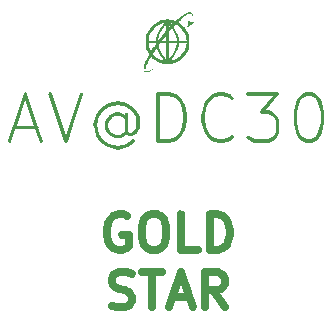
<source format=gto>
G04 #@! TF.GenerationSoftware,KiCad,Pcbnew,(6.99.0-1934-gfe17dca71f)*
G04 #@! TF.CreationDate,2022-05-23T00:26:23-05:00*
G04 #@! TF.ProjectId,gold_star_v2_SAO,676f6c64-5f73-4746-9172-5f76325f5341,rev?*
G04 #@! TF.SameCoordinates,Original*
G04 #@! TF.FileFunction,Legend,Top*
G04 #@! TF.FilePolarity,Positive*
%FSLAX46Y46*%
G04 Gerber Fmt 4.6, Leading zero omitted, Abs format (unit mm)*
G04 Created by KiCad (PCBNEW (6.99.0-1934-gfe17dca71f)) date 2022-05-23 00:26:23*
%MOMM*%
%LPD*%
G01*
G04 APERTURE LIST*
%ADD10C,0.300000*%
%ADD11C,0.700000*%
%ADD12C,0.150000*%
%ADD13R,1.700000X1.700000*%
%ADD14O,1.700000X1.700000*%
G04 APERTURE END LIST*
D10*
X113952381Y-73326666D02*
X115857143Y-73326666D01*
X113571429Y-74469523D02*
X114904762Y-70469523D01*
X114904762Y-70469523D02*
X116238096Y-74469523D01*
X117000000Y-70469523D02*
X118333333Y-74469523D01*
X118333333Y-74469523D02*
X119666667Y-70469523D01*
X123476190Y-72564761D02*
X123285714Y-72374285D01*
X123285714Y-72374285D02*
X122904761Y-72183809D01*
X122904761Y-72183809D02*
X122523809Y-72183809D01*
X122523809Y-72183809D02*
X122142857Y-72374285D01*
X122142857Y-72374285D02*
X121952380Y-72564761D01*
X121952380Y-72564761D02*
X121761904Y-72945714D01*
X121761904Y-72945714D02*
X121761904Y-73326666D01*
X121761904Y-73326666D02*
X121952380Y-73707619D01*
X121952380Y-73707619D02*
X122142857Y-73898095D01*
X122142857Y-73898095D02*
X122523809Y-74088571D01*
X122523809Y-74088571D02*
X122904761Y-74088571D01*
X122904761Y-74088571D02*
X123285714Y-73898095D01*
X123285714Y-73898095D02*
X123476190Y-73707619D01*
X123476190Y-72183809D02*
X123476190Y-73707619D01*
X123476190Y-73707619D02*
X123666666Y-73898095D01*
X123666666Y-73898095D02*
X123857142Y-73898095D01*
X123857142Y-73898095D02*
X124238095Y-73707619D01*
X124238095Y-73707619D02*
X124428571Y-73326666D01*
X124428571Y-73326666D02*
X124428571Y-72374285D01*
X124428571Y-72374285D02*
X124047619Y-71802857D01*
X124047619Y-71802857D02*
X123476190Y-71421904D01*
X123476190Y-71421904D02*
X122714285Y-71231428D01*
X122714285Y-71231428D02*
X121952380Y-71421904D01*
X121952380Y-71421904D02*
X121380952Y-71802857D01*
X121380952Y-71802857D02*
X120999999Y-72374285D01*
X120999999Y-72374285D02*
X120809523Y-73136190D01*
X120809523Y-73136190D02*
X120999999Y-73898095D01*
X120999999Y-73898095D02*
X121380952Y-74469523D01*
X121380952Y-74469523D02*
X121952380Y-74850476D01*
X121952380Y-74850476D02*
X122714285Y-75040952D01*
X122714285Y-75040952D02*
X123476190Y-74850476D01*
X123476190Y-74850476D02*
X124047619Y-74469523D01*
X126142856Y-74469523D02*
X126142856Y-70469523D01*
X126142856Y-70469523D02*
X127095237Y-70469523D01*
X127095237Y-70469523D02*
X127666666Y-70660000D01*
X127666666Y-70660000D02*
X128047618Y-71040952D01*
X128047618Y-71040952D02*
X128238095Y-71421904D01*
X128238095Y-71421904D02*
X128428571Y-72183809D01*
X128428571Y-72183809D02*
X128428571Y-72755238D01*
X128428571Y-72755238D02*
X128238095Y-73517142D01*
X128238095Y-73517142D02*
X128047618Y-73898095D01*
X128047618Y-73898095D02*
X127666666Y-74279047D01*
X127666666Y-74279047D02*
X127095237Y-74469523D01*
X127095237Y-74469523D02*
X126142856Y-74469523D01*
X132428571Y-74088571D02*
X132238095Y-74279047D01*
X132238095Y-74279047D02*
X131666666Y-74469523D01*
X131666666Y-74469523D02*
X131285714Y-74469523D01*
X131285714Y-74469523D02*
X130714285Y-74279047D01*
X130714285Y-74279047D02*
X130333333Y-73898095D01*
X130333333Y-73898095D02*
X130142856Y-73517142D01*
X130142856Y-73517142D02*
X129952380Y-72755238D01*
X129952380Y-72755238D02*
X129952380Y-72183809D01*
X129952380Y-72183809D02*
X130142856Y-71421904D01*
X130142856Y-71421904D02*
X130333333Y-71040952D01*
X130333333Y-71040952D02*
X130714285Y-70660000D01*
X130714285Y-70660000D02*
X131285714Y-70469523D01*
X131285714Y-70469523D02*
X131666666Y-70469523D01*
X131666666Y-70469523D02*
X132238095Y-70660000D01*
X132238095Y-70660000D02*
X132428571Y-70850476D01*
X133761904Y-70469523D02*
X136238095Y-70469523D01*
X136238095Y-70469523D02*
X134904761Y-71993333D01*
X134904761Y-71993333D02*
X135476190Y-71993333D01*
X135476190Y-71993333D02*
X135857142Y-72183809D01*
X135857142Y-72183809D02*
X136047618Y-72374285D01*
X136047618Y-72374285D02*
X136238095Y-72755238D01*
X136238095Y-72755238D02*
X136238095Y-73707619D01*
X136238095Y-73707619D02*
X136047618Y-74088571D01*
X136047618Y-74088571D02*
X135857142Y-74279047D01*
X135857142Y-74279047D02*
X135476190Y-74469523D01*
X135476190Y-74469523D02*
X134333333Y-74469523D01*
X134333333Y-74469523D02*
X133952380Y-74279047D01*
X133952380Y-74279047D02*
X133761904Y-74088571D01*
X138714285Y-70469523D02*
X139095238Y-70469523D01*
X139095238Y-70469523D02*
X139476190Y-70660000D01*
X139476190Y-70660000D02*
X139666666Y-70850476D01*
X139666666Y-70850476D02*
X139857142Y-71231428D01*
X139857142Y-71231428D02*
X140047619Y-71993333D01*
X140047619Y-71993333D02*
X140047619Y-72945714D01*
X140047619Y-72945714D02*
X139857142Y-73707619D01*
X139857142Y-73707619D02*
X139666666Y-74088571D01*
X139666666Y-74088571D02*
X139476190Y-74279047D01*
X139476190Y-74279047D02*
X139095238Y-74469523D01*
X139095238Y-74469523D02*
X138714285Y-74469523D01*
X138714285Y-74469523D02*
X138333333Y-74279047D01*
X138333333Y-74279047D02*
X138142857Y-74088571D01*
X138142857Y-74088571D02*
X137952380Y-73707619D01*
X137952380Y-73707619D02*
X137761904Y-72945714D01*
X137761904Y-72945714D02*
X137761904Y-71993333D01*
X137761904Y-71993333D02*
X137952380Y-71231428D01*
X137952380Y-71231428D02*
X138142857Y-70850476D01*
X138142857Y-70850476D02*
X138333333Y-70660000D01*
X138333333Y-70660000D02*
X138714285Y-70469523D01*
D11*
X123500000Y-80815000D02*
X123214286Y-80672142D01*
X123214286Y-80672142D02*
X122785714Y-80672142D01*
X122785714Y-80672142D02*
X122357143Y-80815000D01*
X122357143Y-80815000D02*
X122071428Y-81100714D01*
X122071428Y-81100714D02*
X121928571Y-81386428D01*
X121928571Y-81386428D02*
X121785714Y-81957857D01*
X121785714Y-81957857D02*
X121785714Y-82386428D01*
X121785714Y-82386428D02*
X121928571Y-82957857D01*
X121928571Y-82957857D02*
X122071428Y-83243571D01*
X122071428Y-83243571D02*
X122357143Y-83529285D01*
X122357143Y-83529285D02*
X122785714Y-83672142D01*
X122785714Y-83672142D02*
X123071428Y-83672142D01*
X123071428Y-83672142D02*
X123500000Y-83529285D01*
X123500000Y-83529285D02*
X123642857Y-83386428D01*
X123642857Y-83386428D02*
X123642857Y-82386428D01*
X123642857Y-82386428D02*
X123071428Y-82386428D01*
X125500000Y-80672142D02*
X126071428Y-80672142D01*
X126071428Y-80672142D02*
X126357143Y-80815000D01*
X126357143Y-80815000D02*
X126642857Y-81100714D01*
X126642857Y-81100714D02*
X126785714Y-81672142D01*
X126785714Y-81672142D02*
X126785714Y-82672142D01*
X126785714Y-82672142D02*
X126642857Y-83243571D01*
X126642857Y-83243571D02*
X126357143Y-83529285D01*
X126357143Y-83529285D02*
X126071428Y-83672142D01*
X126071428Y-83672142D02*
X125500000Y-83672142D01*
X125500000Y-83672142D02*
X125214286Y-83529285D01*
X125214286Y-83529285D02*
X124928571Y-83243571D01*
X124928571Y-83243571D02*
X124785714Y-82672142D01*
X124785714Y-82672142D02*
X124785714Y-81672142D01*
X124785714Y-81672142D02*
X124928571Y-81100714D01*
X124928571Y-81100714D02*
X125214286Y-80815000D01*
X125214286Y-80815000D02*
X125500000Y-80672142D01*
X129500000Y-83672142D02*
X128071428Y-83672142D01*
X128071428Y-83672142D02*
X128071428Y-80672142D01*
X130499999Y-83672142D02*
X130499999Y-80672142D01*
X130499999Y-80672142D02*
X131214285Y-80672142D01*
X131214285Y-80672142D02*
X131642856Y-80815000D01*
X131642856Y-80815000D02*
X131928571Y-81100714D01*
X131928571Y-81100714D02*
X132071428Y-81386428D01*
X132071428Y-81386428D02*
X132214285Y-81957857D01*
X132214285Y-81957857D02*
X132214285Y-82386428D01*
X132214285Y-82386428D02*
X132071428Y-82957857D01*
X132071428Y-82957857D02*
X131928571Y-83243571D01*
X131928571Y-83243571D02*
X131642856Y-83529285D01*
X131642856Y-83529285D02*
X131214285Y-83672142D01*
X131214285Y-83672142D02*
X130499999Y-83672142D01*
X122214285Y-88389285D02*
X122642857Y-88532142D01*
X122642857Y-88532142D02*
X123357142Y-88532142D01*
X123357142Y-88532142D02*
X123642857Y-88389285D01*
X123642857Y-88389285D02*
X123785714Y-88246428D01*
X123785714Y-88246428D02*
X123928571Y-87960714D01*
X123928571Y-87960714D02*
X123928571Y-87675000D01*
X123928571Y-87675000D02*
X123785714Y-87389285D01*
X123785714Y-87389285D02*
X123642857Y-87246428D01*
X123642857Y-87246428D02*
X123357142Y-87103571D01*
X123357142Y-87103571D02*
X122785714Y-86960714D01*
X122785714Y-86960714D02*
X122499999Y-86817857D01*
X122499999Y-86817857D02*
X122357142Y-86675000D01*
X122357142Y-86675000D02*
X122214285Y-86389285D01*
X122214285Y-86389285D02*
X122214285Y-86103571D01*
X122214285Y-86103571D02*
X122357142Y-85817857D01*
X122357142Y-85817857D02*
X122499999Y-85675000D01*
X122499999Y-85675000D02*
X122785714Y-85532142D01*
X122785714Y-85532142D02*
X123499999Y-85532142D01*
X123499999Y-85532142D02*
X123928571Y-85675000D01*
X124785714Y-85532142D02*
X126500000Y-85532142D01*
X125642857Y-88532142D02*
X125642857Y-85532142D01*
X127357142Y-87675000D02*
X128785714Y-87675000D01*
X127071428Y-88532142D02*
X128071428Y-85532142D01*
X128071428Y-85532142D02*
X129071428Y-88532142D01*
X131785714Y-88532142D02*
X130785714Y-87103571D01*
X130071428Y-88532142D02*
X130071428Y-85532142D01*
X130071428Y-85532142D02*
X131214285Y-85532142D01*
X131214285Y-85532142D02*
X131500000Y-85675000D01*
X131500000Y-85675000D02*
X131642857Y-85817857D01*
X131642857Y-85817857D02*
X131785714Y-86103571D01*
X131785714Y-86103571D02*
X131785714Y-86532142D01*
X131785714Y-86532142D02*
X131642857Y-86817857D01*
X131642857Y-86817857D02*
X131500000Y-86960714D01*
X131500000Y-86960714D02*
X131214285Y-87103571D01*
X131214285Y-87103571D02*
X130071428Y-87103571D01*
G36*
X125682624Y-67509356D02*
G01*
X125615583Y-67447722D01*
X125564490Y-67405229D01*
X125523546Y-67385999D01*
X125486949Y-67394153D01*
X125448901Y-67433812D01*
X125403600Y-67509098D01*
X125345245Y-67624131D01*
X125268037Y-67783033D01*
X125252489Y-67814973D01*
X125144911Y-68048983D01*
X125071427Y-68239796D01*
X125032034Y-68387422D01*
X125026729Y-68491868D01*
X125031888Y-68515109D01*
X125071482Y-68559415D01*
X125147763Y-68568686D01*
X125256362Y-68544541D01*
X125392907Y-68488597D01*
X125553028Y-68402472D01*
X125732355Y-68287784D01*
X125827186Y-68220721D01*
X125957560Y-68126309D01*
X126045798Y-68064310D01*
X126093771Y-68034085D01*
X126103353Y-68034997D01*
X126076418Y-68066408D01*
X126014837Y-68127681D01*
X125968039Y-68172767D01*
X125743916Y-68375202D01*
X125544315Y-68529394D01*
X125368327Y-68635914D01*
X125215042Y-68695329D01*
X125110853Y-68709339D01*
X125001260Y-68694367D01*
X124937613Y-68655836D01*
X124882685Y-68566570D01*
X124862432Y-68442035D01*
X124877011Y-68280487D01*
X124926576Y-68080179D01*
X125010062Y-67842492D01*
X125070333Y-67697980D01*
X125142594Y-67539125D01*
X125213100Y-67395905D01*
X125226336Y-67370736D01*
X125345960Y-67146650D01*
X125303099Y-67061490D01*
X125676542Y-67061490D01*
X125753494Y-67150636D01*
X125873071Y-67269196D01*
X126020586Y-67386348D01*
X126171780Y-67483227D01*
X126201951Y-67499345D01*
X126280339Y-67535427D01*
X126375403Y-67573474D01*
X126472902Y-67608566D01*
X126558600Y-67635782D01*
X126618258Y-67650200D01*
X126637223Y-67649782D01*
X126625962Y-67625753D01*
X126588291Y-67569311D01*
X126531648Y-67491436D01*
X126515097Y-67469514D01*
X126405401Y-67316544D01*
X126298076Y-67151286D01*
X126201401Y-66987698D01*
X126123655Y-66839739D01*
X126075627Y-66728487D01*
X126044885Y-66651524D01*
X126018975Y-66601388D01*
X126008012Y-66590379D01*
X125986253Y-66611855D01*
X125941724Y-66669829D01*
X125881602Y-66754626D01*
X125833301Y-66825935D01*
X125676542Y-67061490D01*
X125303099Y-67061490D01*
X125237138Y-66930432D01*
X125143910Y-66723584D01*
X125082369Y-66529055D01*
X125047799Y-66326365D01*
X125039146Y-66163835D01*
X125335103Y-66163835D01*
X125343806Y-66260152D01*
X125381658Y-66466606D01*
X125456957Y-66688424D01*
X125465324Y-66708323D01*
X125521604Y-66840026D01*
X125724183Y-66536866D01*
X125799641Y-66420849D01*
X125823520Y-66381891D01*
X126174432Y-66381891D01*
X126186657Y-66444617D01*
X126219507Y-66541935D01*
X126267242Y-66660124D01*
X126324124Y-66785461D01*
X126384414Y-66904227D01*
X126417012Y-66961885D01*
X126470800Y-67048116D01*
X126537748Y-67149040D01*
X126610726Y-67254708D01*
X126682601Y-67355170D01*
X126746244Y-67440476D01*
X126794523Y-67500676D01*
X126820308Y-67525820D01*
X126821324Y-67526024D01*
X126825031Y-67499733D01*
X126828352Y-67425774D01*
X126831141Y-67311514D01*
X126833254Y-67164321D01*
X126834544Y-66991565D01*
X126834887Y-66838050D01*
X127027519Y-66838050D01*
X127028308Y-67026054D01*
X127030526Y-67194415D01*
X127033953Y-67335776D01*
X127038368Y-67442777D01*
X127043550Y-67508061D01*
X127048159Y-67525309D01*
X127071955Y-67504071D01*
X127119653Y-67447371D01*
X127183495Y-67364764D01*
X127232045Y-67298841D01*
X127429021Y-67000569D01*
X127577115Y-66716902D01*
X127678778Y-66442587D01*
X127726083Y-66239513D01*
X127741636Y-66150076D01*
X127027519Y-66150076D01*
X127027519Y-66838050D01*
X126834887Y-66838050D01*
X126834887Y-66150076D01*
X126314827Y-66150076D01*
X126244630Y-66242110D01*
X126200215Y-66311183D01*
X126175959Y-66369992D01*
X126174432Y-66381891D01*
X125823520Y-66381891D01*
X125862343Y-66318553D01*
X125906480Y-66239897D01*
X125926241Y-66194805D01*
X125926761Y-66190959D01*
X125919546Y-66171997D01*
X125891824Y-66160199D01*
X125834480Y-66154489D01*
X125738397Y-66153790D01*
X125630932Y-66156025D01*
X125335103Y-66163835D01*
X125039146Y-66163835D01*
X125035483Y-66095033D01*
X125035263Y-66053760D01*
X125042975Y-65936804D01*
X125345947Y-65936804D01*
X125372818Y-65945325D01*
X125443138Y-65952134D01*
X125545325Y-65956405D01*
X125634868Y-65957443D01*
X125767520Y-65956048D01*
X125854826Y-65950938D01*
X125906429Y-65940727D01*
X125931972Y-65924027D01*
X125932516Y-65923045D01*
X126494467Y-65923045D01*
X126496517Y-65942215D01*
X126536233Y-65953078D01*
X126621140Y-65957253D01*
X126654389Y-65957443D01*
X126834887Y-65957443D01*
X127027519Y-65957443D01*
X127741636Y-65957443D01*
X127726083Y-65868007D01*
X127645648Y-65558969D01*
X127512173Y-65248255D01*
X127391458Y-65037329D01*
X127321803Y-64926989D01*
X127174711Y-65091349D01*
X127027619Y-65255710D01*
X127027569Y-65606576D01*
X127027519Y-65957443D01*
X126834887Y-65957443D01*
X126834887Y-65737292D01*
X126833659Y-65635047D01*
X126830398Y-65558057D01*
X126825733Y-65519346D01*
X126824227Y-65517140D01*
X126803808Y-65536934D01*
X126758907Y-65588655D01*
X126698860Y-65660808D01*
X126633007Y-65741899D01*
X126570685Y-65820433D01*
X126521233Y-65884917D01*
X126494467Y-65923045D01*
X125932516Y-65923045D01*
X125937576Y-65913914D01*
X125947542Y-65867870D01*
X126146913Y-65867870D01*
X126153801Y-65886843D01*
X126177224Y-65875935D01*
X126221320Y-65831126D01*
X126290228Y-65748392D01*
X126357310Y-65663363D01*
X126454305Y-65540292D01*
X126554555Y-65415484D01*
X126645000Y-65305075D01*
X126702355Y-65236992D01*
X126837003Y-65080680D01*
X126830457Y-64869193D01*
X127027519Y-64869193D01*
X127099738Y-64796975D01*
X127126030Y-64768674D01*
X127462313Y-64768674D01*
X127601945Y-64998432D01*
X127763491Y-65304702D01*
X127872723Y-65606941D01*
X127911772Y-65776246D01*
X127945159Y-65957443D01*
X128547311Y-65957443D01*
X128527995Y-65828631D01*
X128458926Y-65545821D01*
X128341626Y-65278453D01*
X128181464Y-65034620D01*
X127983809Y-64822419D01*
X127754032Y-64649946D01*
X127740869Y-64641953D01*
X127642409Y-64582861D01*
X127552361Y-64675767D01*
X127462313Y-64768674D01*
X127126030Y-64768674D01*
X127145688Y-64747514D01*
X127155843Y-64713637D01*
X127133541Y-64672223D01*
X127120378Y-64653990D01*
X127074353Y-64599176D01*
X127045984Y-64590482D01*
X127031597Y-64630729D01*
X127027521Y-64722739D01*
X127027519Y-64725344D01*
X127027519Y-64869193D01*
X126830457Y-64869193D01*
X126821127Y-64567736D01*
X126654259Y-64790237D01*
X126533815Y-64963794D01*
X126421666Y-65149698D01*
X126322560Y-65337869D01*
X126241242Y-65518226D01*
X126182458Y-65680689D01*
X126150954Y-65815179D01*
X126146913Y-65867870D01*
X125947542Y-65867870D01*
X125950712Y-65853227D01*
X125954866Y-65796958D01*
X125972209Y-65676643D01*
X126019548Y-65523255D01*
X126092253Y-65346506D01*
X126185698Y-65156107D01*
X126295252Y-64961768D01*
X126416287Y-64773200D01*
X126495278Y-64663163D01*
X126560613Y-64575217D01*
X126611023Y-64505272D01*
X126627681Y-64480604D01*
X127243786Y-64480604D01*
X127256777Y-64503293D01*
X127298487Y-64541953D01*
X127336372Y-64532558D01*
X127350298Y-64507526D01*
X127334757Y-64481276D01*
X127292542Y-64465371D01*
X127246133Y-64460781D01*
X127243786Y-64480604D01*
X126627681Y-64480604D01*
X126638992Y-64463855D01*
X126642254Y-64457329D01*
X126619060Y-64455695D01*
X126558119Y-64470991D01*
X126472389Y-64498743D01*
X126374830Y-64534480D01*
X126278399Y-64573730D01*
X126200451Y-64609788D01*
X125968472Y-64756633D01*
X125762628Y-64946397D01*
X125590013Y-65170360D01*
X125457721Y-65419803D01*
X125393962Y-65601135D01*
X125362910Y-65733217D01*
X125346047Y-65851891D01*
X125345947Y-65936804D01*
X125042975Y-65936804D01*
X125056519Y-65731421D01*
X125122025Y-65438721D01*
X125234389Y-65169309D01*
X125396222Y-64916835D01*
X125595789Y-64689269D01*
X125714082Y-64574434D01*
X125814556Y-64489040D01*
X125914670Y-64420286D01*
X126031883Y-64355368D01*
X126091945Y-64325416D01*
X126367265Y-64212721D01*
X126643397Y-64141071D01*
X126907060Y-64113833D01*
X126927622Y-64113673D01*
X127046126Y-64120511D01*
X127190366Y-64138653D01*
X127339446Y-64164535D01*
X127472470Y-64194598D01*
X127558327Y-64221168D01*
X127594088Y-64231560D01*
X127629117Y-64229063D01*
X127672878Y-64208545D01*
X127734832Y-64164872D01*
X127824445Y-64092910D01*
X127880657Y-64046317D01*
X128119742Y-63856575D01*
X128336065Y-63703841D01*
X128527025Y-63589632D01*
X128690020Y-63515467D01*
X128822447Y-63482862D01*
X128849356Y-63481390D01*
X128966056Y-63502059D01*
X129054545Y-63561938D01*
X129093222Y-63622630D01*
X129113841Y-63707793D01*
X129110549Y-63812687D01*
X129081890Y-63943825D01*
X129026405Y-64107720D01*
X128942636Y-64310885D01*
X128935588Y-64326945D01*
X128943105Y-64349293D01*
X128995223Y-64359860D01*
X129047219Y-64361344D01*
X129122100Y-64365518D01*
X129167613Y-64376104D01*
X129173998Y-64382820D01*
X129154082Y-64407713D01*
X129100079Y-64459753D01*
X129020611Y-64531368D01*
X128924300Y-64614988D01*
X128819767Y-64703042D01*
X128715632Y-64787959D01*
X128684423Y-64812743D01*
X128617976Y-64865118D01*
X128635669Y-64620111D01*
X128645671Y-64490667D01*
X128656474Y-64365132D01*
X128666111Y-64266045D01*
X128668207Y-64247189D01*
X128683051Y-64119276D01*
X128774559Y-64219129D01*
X128866067Y-64318981D01*
X128915439Y-64154409D01*
X128943922Y-64030452D01*
X128962437Y-63894593D01*
X128966208Y-63824724D01*
X128967606Y-63659610D01*
X128849894Y-63662041D01*
X128783120Y-63669420D01*
X128714334Y-63692683D01*
X128630318Y-63737866D01*
X128517853Y-63811007D01*
X128505907Y-63819152D01*
X128395694Y-63898860D01*
X128281411Y-63988947D01*
X128170163Y-64082842D01*
X128069060Y-64173977D01*
X127985208Y-64255780D01*
X127925716Y-64321683D01*
X127897691Y-64365115D01*
X127900619Y-64378636D01*
X127966614Y-64417965D01*
X128057423Y-64486571D01*
X128160321Y-64573485D01*
X128262584Y-64667735D01*
X128351485Y-64758352D01*
X128384080Y-64795425D01*
X128530106Y-64988787D01*
X128643973Y-65186876D01*
X128738870Y-65413136D01*
X128751374Y-65448342D01*
X128782710Y-65542953D01*
X128804182Y-65624902D01*
X128817624Y-65708639D01*
X128824867Y-65808615D01*
X128827744Y-65939281D01*
X128828141Y-66053760D01*
X128827195Y-66213735D01*
X128823136Y-66333138D01*
X128814132Y-66426419D01*
X128798350Y-66508028D01*
X128773958Y-66592418D01*
X128751374Y-66659177D01*
X128617092Y-66966170D01*
X128441518Y-67239613D01*
X128227968Y-67476366D01*
X127979754Y-67673288D01*
X127700192Y-67827238D01*
X127409688Y-67930532D01*
X127266056Y-67957557D01*
X127088485Y-67973526D01*
X126897008Y-67978172D01*
X126711655Y-67971229D01*
X126552458Y-67952434D01*
X126504659Y-67942534D01*
X126318444Y-67882492D01*
X126116973Y-67792455D01*
X125920383Y-67683036D01*
X125886275Y-67659540D01*
X127216731Y-67659540D01*
X127359312Y-67621927D01*
X127471750Y-67585985D01*
X127593185Y-67538039D01*
X127643092Y-67515129D01*
X127877510Y-67370551D01*
X128085570Y-67182879D01*
X128261617Y-66960011D01*
X128399995Y-66709850D01*
X128495049Y-66440295D01*
X128527995Y-66278888D01*
X128547311Y-66150076D01*
X128241478Y-66150076D01*
X128107782Y-66150828D01*
X128019742Y-66154117D01*
X127967986Y-66161496D01*
X127943140Y-66174517D01*
X127935831Y-66194731D01*
X127935645Y-66200712D01*
X127925962Y-66279148D01*
X127900031Y-66392724D01*
X127862526Y-66525672D01*
X127818123Y-66662225D01*
X127771497Y-66786618D01*
X127741846Y-66854254D01*
X127672410Y-66985447D01*
X127578490Y-67142953D01*
X127470442Y-67310482D01*
X127358622Y-67471741D01*
X127294119Y-67558590D01*
X127216731Y-67659540D01*
X125886275Y-67659540D01*
X125748814Y-67564848D01*
X125682624Y-67509356D01*
G37*
%LPC*%
D12*
G36*
X120400000Y-70200000D02*
G01*
X118000000Y-70200000D01*
X118000000Y-68100000D01*
X120400000Y-68100000D01*
X120400000Y-70200000D01*
G37*
X120400000Y-70200000D02*
X118000000Y-70200000D01*
X118000000Y-68100000D01*
X120400000Y-68100000D01*
X120400000Y-70200000D01*
G36*
X129600000Y-69500000D02*
G01*
X124400000Y-69500000D01*
X124400000Y-68800000D01*
X129600000Y-68800000D01*
X129600000Y-69500000D01*
G37*
X129600000Y-69500000D02*
X124400000Y-69500000D01*
X124400000Y-68800000D01*
X129600000Y-68800000D01*
X129600000Y-69500000D01*
G36*
X124500000Y-69500000D02*
G01*
X123900000Y-69500000D01*
X123900000Y-63300000D01*
X124500000Y-63300000D01*
X124500000Y-69500000D01*
G37*
X124500000Y-69500000D02*
X123900000Y-69500000D01*
X123900000Y-63300000D01*
X124500000Y-63300000D01*
X124500000Y-69500000D01*
G36*
X130100000Y-69500000D02*
G01*
X129400000Y-69500000D01*
X129400000Y-63200000D01*
X130100000Y-63200000D01*
X130100000Y-69500000D01*
G37*
X130100000Y-69500000D02*
X129400000Y-69500000D01*
X129400000Y-63200000D01*
X130100000Y-63200000D01*
X130100000Y-69500000D01*
G36*
X130800000Y-63400000D02*
G01*
X123800000Y-63400000D01*
X123800000Y-61800000D01*
X130800000Y-61800000D01*
X130800000Y-63400000D01*
G37*
X130800000Y-63400000D02*
X123800000Y-63400000D01*
X123800000Y-61800000D01*
X130800000Y-61800000D01*
X130800000Y-63400000D01*
G36*
X141000000Y-91000000D02*
G01*
X134000000Y-91000000D01*
X134000000Y-79000000D01*
X141000000Y-79000000D01*
X141000000Y-91000000D01*
G37*
X141000000Y-91000000D02*
X134000000Y-91000000D01*
X134000000Y-79000000D01*
X141000000Y-79000000D01*
X141000000Y-91000000D01*
G36*
X120000000Y-90000000D02*
G01*
X112000000Y-90000000D01*
X112000000Y-79000000D01*
X120000000Y-79000000D01*
X120000000Y-90000000D01*
G37*
X120000000Y-90000000D02*
X112000000Y-90000000D01*
X112000000Y-79000000D01*
X120000000Y-79000000D01*
X120000000Y-90000000D01*
G36*
X124000000Y-96000000D02*
G01*
X113000000Y-96000000D01*
X113000000Y-90000000D01*
X124000000Y-90000000D01*
X124000000Y-96000000D01*
G37*
X124000000Y-96000000D02*
X113000000Y-96000000D01*
X113000000Y-90000000D01*
X124000000Y-90000000D01*
X124000000Y-96000000D01*
G36*
X140000000Y-96000000D02*
G01*
X129000000Y-96000000D01*
X129000000Y-90000000D01*
X140000000Y-90000000D01*
X140000000Y-96000000D01*
G37*
X140000000Y-96000000D02*
X129000000Y-96000000D01*
X129000000Y-90000000D01*
X140000000Y-90000000D01*
X140000000Y-96000000D01*
G36*
X142000000Y-80000000D02*
G01*
X112000000Y-80000000D01*
X112000000Y-76000000D01*
X142000000Y-76000000D01*
X142000000Y-80000000D01*
G37*
X142000000Y-80000000D02*
X112000000Y-80000000D01*
X112000000Y-76000000D01*
X142000000Y-76000000D01*
X142000000Y-80000000D01*
G36*
X135000000Y-70000000D02*
G01*
X130000000Y-70000000D01*
X130000000Y-61000000D01*
X135000000Y-61000000D01*
X135000000Y-70000000D01*
G37*
X135000000Y-70000000D02*
X130000000Y-70000000D01*
X130000000Y-61000000D01*
X135000000Y-61000000D01*
X135000000Y-70000000D01*
G36*
X124000000Y-70000000D02*
G01*
X120000000Y-70000000D01*
X120000000Y-61000000D01*
X124000000Y-61000000D01*
X124000000Y-70000000D01*
G37*
X124000000Y-70000000D02*
X120000000Y-70000000D01*
X120000000Y-61000000D01*
X124000000Y-61000000D01*
X124000000Y-70000000D01*
G36*
X113000000Y-78000000D02*
G01*
X107000000Y-73000000D01*
X107000000Y-71000000D01*
X113000000Y-69000000D01*
X113000000Y-78000000D01*
G37*
X113000000Y-78000000D02*
X107000000Y-73000000D01*
X107000000Y-71000000D01*
X113000000Y-69000000D01*
X113000000Y-78000000D01*
G36*
X131000000Y-62000000D02*
G01*
X123000000Y-62000000D01*
X127000000Y-56000000D01*
X131000000Y-62000000D01*
G37*
X131000000Y-62000000D02*
X123000000Y-62000000D01*
X127000000Y-56000000D01*
X131000000Y-62000000D01*
G36*
X148000000Y-71000000D02*
G01*
X141000000Y-78000000D01*
X141000000Y-69000000D01*
X148000000Y-71000000D01*
G37*
X148000000Y-71000000D02*
X141000000Y-78000000D01*
X141000000Y-69000000D01*
X148000000Y-71000000D01*
X149860000Y-66040000D02*
X149860000Y-66040000D01*
X149860000Y-66040000D02*
X149860000Y-66040000D01*
X149860000Y-66040000D02*
X149860000Y-66040000D01*
X149860000Y-66040000D02*
X149860000Y-66040000D01*
X149860000Y-66040000D02*
X149860000Y-66040000D01*
X149860000Y-66040000D02*
X149860000Y-66040000D01*
X149860000Y-66040000D02*
X149860000Y-66040000D01*
X149860000Y-66040000D02*
X149860000Y-66040000D01*
D10*
G36*
X142084524Y-76675000D02*
G01*
X111915477Y-76675000D01*
X111915477Y-74508117D01*
X113419934Y-74508117D01*
X113464849Y-74583894D01*
X113543603Y-74623360D01*
X113631189Y-74613983D01*
X113699804Y-74558741D01*
X114060495Y-73476666D01*
X115749030Y-73476666D01*
X116102614Y-74537418D01*
X116140056Y-74591294D01*
X116221455Y-74624967D01*
X116308137Y-74609288D01*
X116372580Y-74549234D01*
X116394326Y-74463872D01*
X116010666Y-73312893D01*
X116011885Y-73304417D01*
X115996912Y-73271632D01*
X115064759Y-70475173D01*
X116843770Y-70475173D01*
X118182450Y-74491214D01*
X118181838Y-74508117D01*
X118196110Y-74532196D01*
X118197851Y-74537418D01*
X118207059Y-74550668D01*
X118226753Y-74583894D01*
X118231965Y-74586506D01*
X118235293Y-74591295D01*
X118270980Y-74606058D01*
X118305507Y-74623360D01*
X118311306Y-74622739D01*
X118316692Y-74624967D01*
X118354683Y-74618095D01*
X118393093Y-74613983D01*
X118397635Y-74610326D01*
X118403374Y-74609288D01*
X118431630Y-74582957D01*
X118461708Y-74558741D01*
X118463552Y-74553210D01*
X118467817Y-74549235D01*
X118477349Y-74511818D01*
X118938008Y-73129841D01*
X120653319Y-73129841D01*
X120660271Y-73157650D01*
X120661435Y-73186289D01*
X120670750Y-73199565D01*
X120850309Y-73917799D01*
X120850760Y-73944653D01*
X120872797Y-73977709D01*
X120892909Y-74011989D01*
X120897050Y-74014087D01*
X121248785Y-74541688D01*
X121261100Y-74569899D01*
X121290923Y-74589781D01*
X121318408Y-74612800D01*
X121327103Y-74613901D01*
X121854873Y-74965748D01*
X121873271Y-74985315D01*
X121911814Y-74994951D01*
X121949753Y-75006787D01*
X121954228Y-75005554D01*
X122671978Y-75184991D01*
X122707936Y-75197156D01*
X122735745Y-75190204D01*
X122764385Y-75189040D01*
X122777662Y-75179725D01*
X123495894Y-75000166D01*
X123522748Y-74999715D01*
X123555804Y-74977677D01*
X123590084Y-74957566D01*
X123592182Y-74953426D01*
X124148769Y-74582367D01*
X124190896Y-74532068D01*
X124196000Y-74491772D01*
X125988114Y-74491772D01*
X126001955Y-74522078D01*
X126011340Y-74554043D01*
X126019966Y-74561517D01*
X126024707Y-74571899D01*
X126052735Y-74589911D01*
X126077913Y-74611728D01*
X126089210Y-74613352D01*
X126098812Y-74619523D01*
X126132125Y-74619523D01*
X126165105Y-74624265D01*
X126175488Y-74619523D01*
X127076432Y-74619523D01*
X127100887Y-74625753D01*
X127140073Y-74612691D01*
X127179757Y-74601039D01*
X127181677Y-74598823D01*
X127706435Y-74423904D01*
X127741588Y-74416257D01*
X127763262Y-74394583D01*
X127788438Y-74377087D01*
X127793856Y-74363989D01*
X128140386Y-74017459D01*
X128162085Y-74004571D01*
X128180563Y-73967615D01*
X128200378Y-73931327D01*
X128200169Y-73928404D01*
X128360312Y-73608119D01*
X128372934Y-73596251D01*
X128379622Y-73569499D01*
X128381905Y-73564933D01*
X128384838Y-73548636D01*
X128568104Y-72815568D01*
X128578571Y-72799282D01*
X128578571Y-72773702D01*
X128579323Y-72770694D01*
X128578571Y-72752189D01*
X128578571Y-72748889D01*
X129796176Y-72748889D01*
X129802380Y-72773705D01*
X129802380Y-72776806D01*
X129807599Y-72794579D01*
X129990855Y-73527603D01*
X129988995Y-73544830D01*
X130001328Y-73569497D01*
X130002566Y-73574447D01*
X130010942Y-73588723D01*
X130190758Y-73948355D01*
X130196123Y-73973017D01*
X130225335Y-74002229D01*
X130253500Y-74032508D01*
X130256340Y-74033234D01*
X130602508Y-74379402D01*
X130625067Y-74407422D01*
X130654148Y-74417116D01*
X130681053Y-74431807D01*
X130695189Y-74430796D01*
X131220439Y-74605879D01*
X131241670Y-74619523D01*
X131282983Y-74619523D01*
X131324308Y-74621018D01*
X131326830Y-74619523D01*
X131647861Y-74619523D01*
X131672316Y-74625753D01*
X131711502Y-74612691D01*
X131751186Y-74601039D01*
X131753106Y-74598823D01*
X132277864Y-74423904D01*
X132313017Y-74416257D01*
X132334691Y-74394583D01*
X132359867Y-74377087D01*
X132365285Y-74363989D01*
X132549888Y-74179386D01*
X132581332Y-74121802D01*
X132578157Y-74077418D01*
X133605969Y-74077418D01*
X133624694Y-74163493D01*
X133833016Y-74371815D01*
X133845904Y-74393514D01*
X133882855Y-74411990D01*
X133919149Y-74431808D01*
X133922074Y-74431599D01*
X134259031Y-74600077D01*
X134289289Y-74619523D01*
X134319940Y-74619523D01*
X134350114Y-74624953D01*
X134363206Y-74619523D01*
X135468114Y-74619523D01*
X135503878Y-74623384D01*
X135531293Y-74609676D01*
X135560710Y-74601039D01*
X135569992Y-74590327D01*
X135907403Y-74421622D01*
X135932064Y-74416257D01*
X135961281Y-74387040D01*
X135991554Y-74358880D01*
X135992280Y-74356041D01*
X136140386Y-74207935D01*
X136162085Y-74195047D01*
X136180562Y-74158093D01*
X136200379Y-74121802D01*
X136200170Y-74118878D01*
X136368649Y-73781922D01*
X136388095Y-73751663D01*
X136388095Y-73721012D01*
X136393525Y-73690838D01*
X136388095Y-73677746D01*
X136388095Y-72939365D01*
X137605700Y-72939365D01*
X137611904Y-72964181D01*
X137611904Y-72967282D01*
X137617122Y-72985055D01*
X137800379Y-73718080D01*
X137798519Y-73735307D01*
X137810852Y-73759974D01*
X137812090Y-73764924D01*
X137820466Y-73779201D01*
X138000282Y-74138831D01*
X138005647Y-74163493D01*
X138034859Y-74192705D01*
X138063024Y-74222984D01*
X138065864Y-74223710D01*
X138213969Y-74371815D01*
X138226857Y-74393514D01*
X138263807Y-74411989D01*
X138300102Y-74431808D01*
X138303027Y-74431599D01*
X138639976Y-74600073D01*
X138670241Y-74619523D01*
X138700894Y-74619523D01*
X138731066Y-74624953D01*
X138744158Y-74619523D01*
X139087162Y-74619523D01*
X139122926Y-74623384D01*
X139150341Y-74609676D01*
X139179758Y-74601039D01*
X139189040Y-74590327D01*
X139526451Y-74421622D01*
X139551112Y-74416257D01*
X139580329Y-74387040D01*
X139610602Y-74358880D01*
X139611328Y-74356041D01*
X139759434Y-74207935D01*
X139781133Y-74195047D01*
X139799608Y-74158097D01*
X139819427Y-74121802D01*
X139819218Y-74118877D01*
X139979357Y-73798598D01*
X139991981Y-73786728D01*
X139998670Y-73759972D01*
X140000951Y-73755410D01*
X140003882Y-73739125D01*
X140187152Y-73006045D01*
X140197619Y-72989758D01*
X140197619Y-72964178D01*
X140198371Y-72961170D01*
X140197619Y-72942665D01*
X140197619Y-72018021D01*
X140203823Y-71999682D01*
X140197619Y-71974866D01*
X140197619Y-71971765D01*
X140192400Y-71953991D01*
X140009143Y-71220967D01*
X140011003Y-71203740D01*
X139998669Y-71179073D01*
X139997432Y-71174123D01*
X139989057Y-71159848D01*
X139809241Y-70800215D01*
X139803876Y-70775554D01*
X139774664Y-70746342D01*
X139746499Y-70716063D01*
X139743659Y-70715337D01*
X139595556Y-70567234D01*
X139582667Y-70545533D01*
X139545704Y-70527052D01*
X139509421Y-70507239D01*
X139506497Y-70507448D01*
X139169547Y-70338973D01*
X139139282Y-70319523D01*
X139108629Y-70319523D01*
X139078457Y-70314093D01*
X139065365Y-70319523D01*
X138722361Y-70319523D01*
X138686597Y-70315662D01*
X138659182Y-70329370D01*
X138629765Y-70338007D01*
X138620483Y-70348719D01*
X138283074Y-70517425D01*
X138258411Y-70522790D01*
X138229190Y-70552011D01*
X138198920Y-70580167D01*
X138198194Y-70583007D01*
X138050091Y-70731110D01*
X138028390Y-70743999D01*
X138009909Y-70780962D01*
X137990096Y-70817245D01*
X137990305Y-70820169D01*
X137830166Y-71140447D01*
X137817541Y-71152318D01*
X137810852Y-71179076D01*
X137808571Y-71183637D01*
X137805641Y-71199920D01*
X137622371Y-71933003D01*
X137611904Y-71949289D01*
X137611904Y-71974869D01*
X137611152Y-71977877D01*
X137611904Y-71996382D01*
X137611904Y-72921026D01*
X137605700Y-72939365D01*
X136388095Y-72939365D01*
X136388095Y-72763314D01*
X136391956Y-72727550D01*
X136378248Y-72700135D01*
X136369611Y-72670718D01*
X136358899Y-72661436D01*
X136190193Y-72324027D01*
X136184828Y-72299363D01*
X136155607Y-72270142D01*
X136127451Y-72239872D01*
X136124611Y-72239146D01*
X135976506Y-72091041D01*
X135963618Y-72069342D01*
X135926666Y-72050866D01*
X135890373Y-72031048D01*
X135887449Y-72031257D01*
X135550492Y-71862779D01*
X135520234Y-71843333D01*
X135489583Y-71843333D01*
X135459409Y-71837903D01*
X135446317Y-71843333D01*
X135235326Y-71843333D01*
X136322236Y-70601150D01*
X136322615Y-70601039D01*
X136351286Y-70567950D01*
X136365184Y-70552067D01*
X136365339Y-70551732D01*
X136380300Y-70534466D01*
X136383446Y-70512584D01*
X136392727Y-70492519D01*
X136389585Y-70469891D01*
X136392837Y-70447274D01*
X136383652Y-70427162D01*
X136380612Y-70405268D01*
X136365736Y-70387931D01*
X136356244Y-70367147D01*
X136337645Y-70355194D01*
X136323249Y-70338417D01*
X136301358Y-70331874D01*
X136282139Y-70319523D01*
X136260033Y-70319523D01*
X136238851Y-70313192D01*
X136216898Y-70319523D01*
X133740336Y-70319523D01*
X133677384Y-70338007D01*
X133619699Y-70404580D01*
X133607162Y-70491772D01*
X133643755Y-70571899D01*
X133717860Y-70619523D01*
X135907529Y-70619523D01*
X134820620Y-71861706D01*
X134820241Y-71861817D01*
X134791571Y-71894905D01*
X134777672Y-71910789D01*
X134777517Y-71911124D01*
X134762556Y-71928390D01*
X134759410Y-71950270D01*
X134750128Y-71970337D01*
X134753271Y-71992968D01*
X134750019Y-72015582D01*
X134759204Y-72035693D01*
X134762244Y-72057588D01*
X134777120Y-72074925D01*
X134786612Y-72095709D01*
X134805211Y-72107662D01*
X134819607Y-72124439D01*
X134841498Y-72130982D01*
X134860717Y-72143333D01*
X134882823Y-72143333D01*
X134904005Y-72149664D01*
X134925958Y-72143333D01*
X135440780Y-72143333D01*
X135768287Y-72307086D01*
X135924340Y-72463139D01*
X136088095Y-72790648D01*
X136088095Y-73672208D01*
X135924341Y-73999716D01*
X135768288Y-74155769D01*
X135440779Y-74319523D01*
X134368743Y-74319523D01*
X134041233Y-74155768D01*
X133852719Y-73967254D01*
X133795135Y-73935810D01*
X133707272Y-73942095D01*
X133636752Y-73994884D01*
X133605969Y-74077418D01*
X132578157Y-74077418D01*
X132575047Y-74033938D01*
X132522258Y-73963419D01*
X132439724Y-73932636D01*
X132353649Y-73951361D01*
X132157067Y-74147943D01*
X131642325Y-74319523D01*
X131310057Y-74319523D01*
X130795312Y-74147942D01*
X130456611Y-73809241D01*
X130284385Y-73464790D01*
X130102380Y-72736774D01*
X130102380Y-72202274D01*
X130284383Y-71474261D01*
X130456612Y-71129805D01*
X130795313Y-70791104D01*
X131310055Y-70619523D01*
X131642326Y-70619523D01*
X132157068Y-70791105D01*
X132337756Y-70971793D01*
X132395340Y-71003237D01*
X132483204Y-70996952D01*
X132553723Y-70944163D01*
X132584506Y-70861629D01*
X132565781Y-70775554D01*
X132349872Y-70559645D01*
X132327313Y-70531625D01*
X132298233Y-70521932D01*
X132271326Y-70507239D01*
X132257189Y-70508250D01*
X131731941Y-70333167D01*
X131710710Y-70319523D01*
X131669397Y-70319523D01*
X131628072Y-70318028D01*
X131625550Y-70319523D01*
X131304518Y-70319523D01*
X131280063Y-70313293D01*
X131240871Y-70326357D01*
X131201194Y-70338007D01*
X131199274Y-70340223D01*
X130674505Y-70515146D01*
X130639362Y-70522791D01*
X130617689Y-70544464D01*
X130592513Y-70561961D01*
X130587095Y-70575058D01*
X130240567Y-70921586D01*
X130218866Y-70934475D01*
X130200385Y-70971438D01*
X130180572Y-71007721D01*
X130180781Y-71010645D01*
X130020642Y-71330923D01*
X130008017Y-71342794D01*
X130001328Y-71369552D01*
X129999047Y-71374113D01*
X129996117Y-71390396D01*
X129812847Y-72123479D01*
X129802380Y-72139765D01*
X129802380Y-72165345D01*
X129801628Y-72168353D01*
X129802380Y-72186858D01*
X129802380Y-72730550D01*
X129796176Y-72748889D01*
X128578571Y-72748889D01*
X128578571Y-72208497D01*
X128584775Y-72190158D01*
X128578571Y-72165342D01*
X128578571Y-72162241D01*
X128573352Y-72144468D01*
X128390096Y-71411444D01*
X128391956Y-71394216D01*
X128379622Y-71369548D01*
X128378385Y-71364600D01*
X128370011Y-71350327D01*
X128190192Y-70990690D01*
X128184827Y-70966029D01*
X128155607Y-70936809D01*
X128127451Y-70906539D01*
X128124611Y-70905813D01*
X127778443Y-70559645D01*
X127755884Y-70531625D01*
X127726804Y-70521932D01*
X127699897Y-70507239D01*
X127685760Y-70508250D01*
X127160512Y-70333167D01*
X127139281Y-70319523D01*
X127097968Y-70319523D01*
X127056643Y-70318028D01*
X127054121Y-70319523D01*
X126153587Y-70319523D01*
X126120607Y-70314781D01*
X126090301Y-70328622D01*
X126058336Y-70338007D01*
X126050862Y-70346633D01*
X126040480Y-70351374D01*
X126022468Y-70379402D01*
X126000651Y-70404580D01*
X125999027Y-70415877D01*
X125992856Y-70425479D01*
X125992856Y-70458792D01*
X125988114Y-70491772D01*
X125992856Y-70502155D01*
X125992856Y-74458792D01*
X125988114Y-74491772D01*
X124196000Y-74491772D01*
X124201964Y-74444678D01*
X124164030Y-74365175D01*
X124089137Y-74318804D01*
X124001060Y-74320284D01*
X123414603Y-74711256D01*
X122714286Y-74886336D01*
X122013967Y-74711257D01*
X121489119Y-74361356D01*
X121139219Y-73836508D01*
X120964139Y-73136190D01*
X121139218Y-72435872D01*
X121489118Y-71911024D01*
X122013965Y-71561125D01*
X122714285Y-71386044D01*
X123414603Y-71561123D01*
X123939452Y-71911023D01*
X124278571Y-72419702D01*
X124278571Y-73291256D01*
X124126291Y-73595816D01*
X123821731Y-73748095D01*
X123728798Y-73748095D01*
X123626190Y-73645487D01*
X123626190Y-72591827D01*
X123632125Y-72575914D01*
X123626190Y-72548632D01*
X123626190Y-72162241D01*
X123607706Y-72099289D01*
X123541133Y-72041604D01*
X123453941Y-72029067D01*
X123373814Y-72065660D01*
X123326190Y-72139765D01*
X123326190Y-72225480D01*
X123318945Y-72221524D01*
X123316020Y-72221733D01*
X122979063Y-72053255D01*
X122948805Y-72033809D01*
X122918154Y-72033809D01*
X122887980Y-72028379D01*
X122874888Y-72033809D01*
X122531884Y-72033809D01*
X122496121Y-72029948D01*
X122468706Y-72043656D01*
X122439289Y-72052293D01*
X122430007Y-72063005D01*
X122092595Y-72231711D01*
X122067935Y-72237075D01*
X122038721Y-72266288D01*
X122008444Y-72294452D01*
X122007718Y-72297292D01*
X121859612Y-72445397D01*
X121837913Y-72458285D01*
X121819436Y-72495240D01*
X121799620Y-72531529D01*
X121799829Y-72534453D01*
X121631350Y-72871412D01*
X121611904Y-72901670D01*
X121611904Y-72932321D01*
X121606474Y-72962495D01*
X121611904Y-72975587D01*
X121611904Y-73318590D01*
X121608043Y-73354354D01*
X121621751Y-73381770D01*
X121630388Y-73411186D01*
X121641100Y-73420468D01*
X121809805Y-73757880D01*
X121815170Y-73782542D01*
X121844397Y-73811768D01*
X121872547Y-73842031D01*
X121875385Y-73842757D01*
X122023493Y-73990863D01*
X122036381Y-74012562D01*
X122073339Y-74031041D01*
X122109626Y-74050855D01*
X122112549Y-74050646D01*
X122449500Y-74219121D01*
X122479765Y-74238571D01*
X122510418Y-74238571D01*
X122540590Y-74244001D01*
X122553682Y-74238571D01*
X122896685Y-74238571D01*
X122932449Y-74242432D01*
X122959865Y-74228724D01*
X122989281Y-74220087D01*
X122998563Y-74209375D01*
X123335975Y-74040670D01*
X123360636Y-74035305D01*
X123389853Y-74006088D01*
X123420126Y-73977928D01*
X123420852Y-73975089D01*
X123476190Y-73919751D01*
X123541462Y-73985023D01*
X123548517Y-74000471D01*
X123572004Y-74015565D01*
X123575851Y-74019412D01*
X123590081Y-74027182D01*
X123622622Y-74048095D01*
X123628379Y-74048095D01*
X123633435Y-74050856D01*
X123672034Y-74048095D01*
X123849066Y-74048095D01*
X123884830Y-74051956D01*
X123912246Y-74038248D01*
X123941662Y-74029611D01*
X123950944Y-74018899D01*
X124270997Y-73858873D01*
X124276825Y-73859079D01*
X124310029Y-73839357D01*
X124324468Y-73832138D01*
X124328502Y-73828385D01*
X124352562Y-73814095D01*
X124360124Y-73798970D01*
X124372507Y-73787452D01*
X124379440Y-73760338D01*
X124559125Y-73400968D01*
X124578571Y-73370710D01*
X124578571Y-73340059D01*
X124584001Y-73309885D01*
X124578571Y-73296793D01*
X124578571Y-72416964D01*
X124579290Y-72415803D01*
X124578571Y-72373015D01*
X124578571Y-72352717D01*
X124578209Y-72351485D01*
X124577810Y-72327727D01*
X124566057Y-72310098D01*
X124560087Y-72289765D01*
X124542128Y-72274203D01*
X124179784Y-71730688D01*
X124167471Y-71702481D01*
X124137653Y-71682602D01*
X124110164Y-71659580D01*
X124101467Y-71658478D01*
X123573700Y-71306633D01*
X123555300Y-71287065D01*
X123516753Y-71277428D01*
X123478817Y-71265593D01*
X123474342Y-71266826D01*
X122756592Y-71087389D01*
X122720634Y-71075224D01*
X122692825Y-71082176D01*
X122664186Y-71083340D01*
X122650910Y-71092655D01*
X121932678Y-71272213D01*
X121905822Y-71272665D01*
X121872761Y-71294705D01*
X121838486Y-71314814D01*
X121836388Y-71318954D01*
X121308782Y-71670692D01*
X121280576Y-71683005D01*
X121260695Y-71712826D01*
X121237675Y-71740313D01*
X121236574Y-71749008D01*
X120884727Y-72276777D01*
X120865160Y-72295175D01*
X120855524Y-72333719D01*
X120843688Y-72371658D01*
X120844921Y-72376133D01*
X120665484Y-73093883D01*
X120653319Y-73129841D01*
X118938008Y-73129841D01*
X119815790Y-70496496D01*
X119818161Y-70430930D01*
X119773246Y-70355153D01*
X119694493Y-70315687D01*
X119606906Y-70325063D01*
X119538292Y-70380305D01*
X118333333Y-73995182D01*
X117135482Y-70401628D01*
X117098039Y-70347751D01*
X117016641Y-70314079D01*
X116929959Y-70329758D01*
X116865516Y-70389811D01*
X116843770Y-70475173D01*
X115064759Y-70475173D01*
X115055645Y-70447832D01*
X115056257Y-70430929D01*
X115041985Y-70406851D01*
X115040244Y-70401628D01*
X115031034Y-70388375D01*
X115011341Y-70355152D01*
X115006129Y-70352540D01*
X115002801Y-70347751D01*
X114967115Y-70332989D01*
X114932588Y-70315686D01*
X114926789Y-70316307D01*
X114921403Y-70314079D01*
X114883412Y-70320951D01*
X114845002Y-70325063D01*
X114840460Y-70328720D01*
X114834721Y-70329758D01*
X114806465Y-70356089D01*
X114776387Y-70380305D01*
X114774543Y-70385836D01*
X114770278Y-70389811D01*
X114760746Y-70427228D01*
X113819503Y-73250959D01*
X113810176Y-73261723D01*
X113805823Y-73291999D01*
X113422306Y-74442550D01*
X113419934Y-74508117D01*
X111915477Y-74508117D01*
X111915477Y-69325000D01*
X142084524Y-69325000D01*
X142084524Y-76675000D01*
G37*
G36*
X123196861Y-72497564D02*
G01*
X123326190Y-72626893D01*
X123326190Y-73645487D01*
X123196860Y-73774817D01*
X122869350Y-73938571D01*
X122559219Y-73938571D01*
X122231710Y-73774816D01*
X122075658Y-73618765D01*
X121911904Y-73291255D01*
X121911904Y-72981124D01*
X122075659Y-72653614D01*
X122231711Y-72497563D01*
X122559220Y-72333809D01*
X122869351Y-72333809D01*
X123196861Y-72497564D01*
G37*
G36*
X127585639Y-70791105D02*
G01*
X127924340Y-71129806D01*
X128096567Y-71474257D01*
X128278571Y-72202274D01*
X128278571Y-72736772D01*
X128096569Y-73464784D01*
X127924339Y-73809242D01*
X127585638Y-74147943D01*
X127070896Y-74319523D01*
X126292856Y-74319523D01*
X126292856Y-70619523D01*
X127070897Y-70619523D01*
X127585639Y-70791105D01*
G37*
G36*
X115649030Y-73176666D02*
G01*
X114160495Y-73176666D01*
X114904762Y-70943864D01*
X115649030Y-73176666D01*
G37*
G36*
X139387337Y-70783279D02*
G01*
X139543388Y-70939330D01*
X139715614Y-71283782D01*
X139897619Y-72011798D01*
X139897619Y-72927248D01*
X139715615Y-73655263D01*
X139543387Y-73999718D01*
X139387336Y-74155769D01*
X139059827Y-74319523D01*
X138749695Y-74319523D01*
X138422186Y-74155768D01*
X138266135Y-73999717D01*
X138093909Y-73655267D01*
X137911904Y-72927250D01*
X137911904Y-72011798D01*
X138093907Y-71283785D01*
X138266136Y-70939329D01*
X138422187Y-70783278D01*
X138749695Y-70619523D01*
X139059828Y-70619523D01*
X139387337Y-70783279D01*
G37*
D11*
G36*
X134810714Y-91255000D02*
G01*
X119189286Y-91255000D01*
X119189286Y-86142728D01*
X121851617Y-86142728D01*
X121864285Y-86173272D01*
X121864285Y-86370451D01*
X121855276Y-86453890D01*
X121887264Y-86517866D01*
X121907416Y-86586498D01*
X121932407Y-86608153D01*
X122024469Y-86792277D01*
X122036986Y-86849819D01*
X122105182Y-86918015D01*
X122170866Y-86988629D01*
X122177490Y-86990323D01*
X122221484Y-87034317D01*
X122251555Y-87084947D01*
X122337812Y-87128075D01*
X122422460Y-87174297D01*
X122429280Y-87173809D01*
X122573431Y-87245884D01*
X122601126Y-87275339D01*
X122663556Y-87290946D01*
X122674199Y-87296268D01*
X122712185Y-87303104D01*
X123234982Y-87433803D01*
X123435530Y-87534076D01*
X123498065Y-87596611D01*
X123578571Y-87757623D01*
X123578571Y-87878090D01*
X123498065Y-88039102D01*
X123435532Y-88101636D01*
X123274519Y-88182142D01*
X122699653Y-88182142D01*
X122277225Y-88041333D01*
X122124233Y-88035799D01*
X121947419Y-88140600D01*
X121855334Y-88324356D01*
X121877213Y-88528727D01*
X122006110Y-88688826D01*
X122490548Y-88850305D01*
X122540088Y-88882142D01*
X122636536Y-88882142D01*
X122732909Y-88885628D01*
X122738790Y-88882142D01*
X123338308Y-88882142D01*
X123421747Y-88891151D01*
X123485723Y-88859163D01*
X123554355Y-88839011D01*
X123576010Y-88814020D01*
X123760134Y-88721958D01*
X123817676Y-88709441D01*
X123885872Y-88641245D01*
X123956486Y-88575561D01*
X123958180Y-88568937D01*
X124002174Y-88524943D01*
X124052804Y-88494872D01*
X124095933Y-88408613D01*
X124142154Y-88323967D01*
X124141666Y-88317147D01*
X124233195Y-88134089D01*
X124278571Y-88063483D01*
X124278571Y-87991953D01*
X124291239Y-87921557D01*
X124278571Y-87891013D01*
X124278571Y-87693834D01*
X124287580Y-87610395D01*
X124255592Y-87546419D01*
X124235440Y-87477787D01*
X124210449Y-87456132D01*
X124118387Y-87272008D01*
X124105870Y-87214466D01*
X124037673Y-87146269D01*
X123971990Y-87075657D01*
X123965367Y-87073963D01*
X123921373Y-87029970D01*
X123891301Y-86979338D01*
X123805037Y-86936206D01*
X123720396Y-86889988D01*
X123713576Y-86890476D01*
X123569427Y-86818402D01*
X123541731Y-86788946D01*
X123479299Y-86773338D01*
X123468657Y-86768017D01*
X123430674Y-86761182D01*
X122907873Y-86630482D01*
X122707325Y-86530208D01*
X122644791Y-86467675D01*
X122564285Y-86306662D01*
X122564285Y-86186195D01*
X122644790Y-86025184D01*
X122707325Y-85962649D01*
X122868338Y-85882142D01*
X123443203Y-85882142D01*
X123865631Y-86022952D01*
X124018623Y-86028486D01*
X124195436Y-85923685D01*
X124287522Y-85739930D01*
X124270835Y-85584055D01*
X124424651Y-85584055D01*
X124510035Y-85771019D01*
X124682945Y-85882142D01*
X125292857Y-85882142D01*
X125292857Y-88582464D01*
X125335988Y-88729355D01*
X125491324Y-88863954D01*
X125694770Y-88893205D01*
X125881734Y-88807821D01*
X125992857Y-88634911D01*
X125992857Y-88622194D01*
X126717942Y-88622194D01*
X126822743Y-88799008D01*
X127006499Y-88891093D01*
X127210869Y-88869214D01*
X127370969Y-88740317D01*
X127609408Y-88025000D01*
X128533448Y-88025000D01*
X128755302Y-88690562D01*
X128842671Y-88816275D01*
X129032599Y-88894846D01*
X129234855Y-88858260D01*
X129385224Y-88718135D01*
X129435966Y-88518958D01*
X129143934Y-87642862D01*
X129146777Y-87623087D01*
X129111847Y-87546601D01*
X128981475Y-87155484D01*
X129710365Y-87155484D01*
X129721428Y-87179708D01*
X129721428Y-88582464D01*
X129764559Y-88729355D01*
X129919895Y-88863954D01*
X130123341Y-88893205D01*
X130310305Y-88807821D01*
X130421428Y-88634911D01*
X130421428Y-87453571D01*
X130603485Y-87453571D01*
X131527840Y-88774079D01*
X131647411Y-88869683D01*
X131851855Y-88890871D01*
X132035299Y-88798166D01*
X132139501Y-88621000D01*
X132131379Y-88415622D01*
X131420488Y-87400064D01*
X131433153Y-87385449D01*
X131617277Y-87293387D01*
X131674819Y-87280870D01*
X131743015Y-87212674D01*
X131813629Y-87146990D01*
X131815323Y-87140366D01*
X131859317Y-87096372D01*
X131909947Y-87066301D01*
X131953075Y-86980044D01*
X131999297Y-86895396D01*
X131998809Y-86888576D01*
X132090338Y-86705517D01*
X132135714Y-86634911D01*
X132135714Y-86563381D01*
X132148382Y-86492985D01*
X132135714Y-86462441D01*
X132135714Y-86122405D01*
X132144723Y-86038966D01*
X132112735Y-85974990D01*
X132092583Y-85906358D01*
X132067592Y-85884703D01*
X131975530Y-85700580D01*
X131963013Y-85643038D01*
X131894821Y-85574846D01*
X131829133Y-85504228D01*
X131822508Y-85502534D01*
X131778516Y-85458541D01*
X131748444Y-85407910D01*
X131662173Y-85364774D01*
X131577539Y-85318560D01*
X131570720Y-85319048D01*
X131387658Y-85227516D01*
X131317054Y-85182142D01*
X131245525Y-85182142D01*
X131175129Y-85169474D01*
X131144585Y-85182142D01*
X130096460Y-85182142D01*
X130019515Y-85171079D01*
X129948804Y-85203372D01*
X129874215Y-85225273D01*
X129856775Y-85245400D01*
X129832551Y-85256463D01*
X129790524Y-85321857D01*
X129739616Y-85380609D01*
X129735826Y-85406969D01*
X129721428Y-85429373D01*
X129721428Y-85507110D01*
X129710365Y-85584055D01*
X129721428Y-85608279D01*
X129721428Y-87078539D01*
X129710365Y-87155484D01*
X128981475Y-87155484D01*
X128423488Y-85481524D01*
X128424914Y-85442089D01*
X128391617Y-85385913D01*
X128387554Y-85373723D01*
X128366064Y-85342801D01*
X128320113Y-85265276D01*
X128307949Y-85259180D01*
X128300185Y-85248009D01*
X128216925Y-85213566D01*
X128136357Y-85173191D01*
X128122828Y-85174639D01*
X128110257Y-85169439D01*
X128021590Y-85185477D01*
X127931987Y-85195070D01*
X127921389Y-85203602D01*
X127908001Y-85206024D01*
X127842077Y-85267456D01*
X127771887Y-85323967D01*
X127767584Y-85336875D01*
X127757632Y-85346149D01*
X127735387Y-85433467D01*
X127047093Y-87498352D01*
X127025330Y-87523467D01*
X127015173Y-87594110D01*
X126723476Y-88469202D01*
X126717942Y-88622194D01*
X125992857Y-88622194D01*
X125992857Y-85882142D01*
X126550322Y-85882142D01*
X126697213Y-85839011D01*
X126831812Y-85683675D01*
X126861063Y-85480229D01*
X126775679Y-85293265D01*
X126602769Y-85182142D01*
X125667889Y-85182142D01*
X125590944Y-85171079D01*
X125566720Y-85182142D01*
X124735392Y-85182142D01*
X124588501Y-85225273D01*
X124453902Y-85380609D01*
X124424651Y-85584055D01*
X124270835Y-85584055D01*
X124265643Y-85535559D01*
X124136747Y-85375460D01*
X123652308Y-85213979D01*
X123602768Y-85182142D01*
X123506321Y-85182142D01*
X123409947Y-85178656D01*
X123404066Y-85182142D01*
X122804551Y-85182142D01*
X122721108Y-85173133D01*
X122657131Y-85205121D01*
X122588501Y-85225273D01*
X122566846Y-85250264D01*
X122382720Y-85342327D01*
X122325180Y-85354844D01*
X122256991Y-85423033D01*
X122186370Y-85488725D01*
X122184676Y-85495348D01*
X122140684Y-85539341D01*
X122090052Y-85569413D01*
X122046919Y-85655679D01*
X122000702Y-85740318D01*
X122001190Y-85747138D01*
X121909661Y-85930196D01*
X121864285Y-86000802D01*
X121864285Y-86072332D01*
X121851617Y-86142728D01*
X119189286Y-86142728D01*
X119189286Y-82371615D01*
X121421239Y-82371615D01*
X121435714Y-82429515D01*
X121435714Y-82436750D01*
X121447888Y-82478210D01*
X121573902Y-82982267D01*
X121569562Y-83022462D01*
X121598340Y-83080017D01*
X121601226Y-83091563D01*
X121620761Y-83124860D01*
X121738755Y-83360848D01*
X121751272Y-83418390D01*
X121819465Y-83486583D01*
X121885152Y-83557200D01*
X121891776Y-83558894D01*
X122096337Y-83763454D01*
X122148968Y-83828826D01*
X122216826Y-83851445D01*
X122279605Y-83885725D01*
X122312588Y-83883366D01*
X122633406Y-83990305D01*
X122682945Y-84022142D01*
X122779392Y-84022142D01*
X122875766Y-84025628D01*
X122881647Y-84022142D01*
X123027546Y-84022142D01*
X123084612Y-84036680D01*
X123176114Y-84006179D01*
X123268641Y-83979011D01*
X123273117Y-83973845D01*
X123592809Y-83867281D01*
X123674819Y-83849441D01*
X123725397Y-83798863D01*
X123784133Y-83758043D01*
X123796774Y-83727486D01*
X123845694Y-83678566D01*
X123881734Y-83662107D01*
X123916950Y-83607310D01*
X123925927Y-83598333D01*
X123944056Y-83565133D01*
X123992857Y-83489197D01*
X123992857Y-83475761D01*
X123999297Y-83463967D01*
X123992857Y-83373930D01*
X123992857Y-82657329D01*
X124421239Y-82657329D01*
X124435714Y-82715229D01*
X124435714Y-82722464D01*
X124447888Y-82763924D01*
X124587715Y-83323233D01*
X124608415Y-83418390D01*
X124649380Y-83459355D01*
X124678695Y-83509322D01*
X124720563Y-83530538D01*
X124935771Y-83745745D01*
X124965842Y-83796375D01*
X125052099Y-83839503D01*
X125136748Y-83885725D01*
X125143567Y-83885237D01*
X125326625Y-83976766D01*
X125397231Y-84022142D01*
X125468761Y-84022142D01*
X125539157Y-84034810D01*
X125569701Y-84022142D01*
X126052594Y-84022142D01*
X126136033Y-84031151D01*
X126200009Y-83999163D01*
X126268641Y-83979011D01*
X126290296Y-83954020D01*
X126474420Y-83861958D01*
X126531962Y-83849441D01*
X126600158Y-83781245D01*
X126661640Y-83724055D01*
X127710365Y-83724055D01*
X127742658Y-83794766D01*
X127764559Y-83869355D01*
X127784686Y-83886795D01*
X127795749Y-83911019D01*
X127861143Y-83953046D01*
X127919895Y-84003954D01*
X127946255Y-84007744D01*
X127968659Y-84022142D01*
X128046396Y-84022142D01*
X128123341Y-84033205D01*
X128147565Y-84022142D01*
X129550322Y-84022142D01*
X129697213Y-83979011D01*
X129831812Y-83823675D01*
X129846135Y-83724055D01*
X130138936Y-83724055D01*
X130171229Y-83794766D01*
X130193130Y-83869355D01*
X130213257Y-83886795D01*
X130224320Y-83911019D01*
X130289714Y-83953046D01*
X130348466Y-84003954D01*
X130374826Y-84007744D01*
X130397230Y-84022142D01*
X130474967Y-84022142D01*
X130551912Y-84033205D01*
X130576136Y-84022142D01*
X131170403Y-84022142D01*
X131227469Y-84036680D01*
X131318970Y-84006180D01*
X131411498Y-83979011D01*
X131415975Y-83973845D01*
X131735667Y-83867280D01*
X131817674Y-83849441D01*
X131868252Y-83798863D01*
X131926989Y-83758042D01*
X131939629Y-83727486D01*
X132145030Y-83522087D01*
X132195661Y-83492015D01*
X132238794Y-83405748D01*
X132285010Y-83321110D01*
X132284522Y-83314292D01*
X132356598Y-83170140D01*
X132386053Y-83142445D01*
X132401660Y-83080015D01*
X132406982Y-83069372D01*
X132413818Y-83031386D01*
X132539865Y-82527194D01*
X132564285Y-82489197D01*
X132564285Y-82429516D01*
X132566040Y-82422496D01*
X132564285Y-82379315D01*
X132564285Y-82015456D01*
X132578760Y-81972670D01*
X132564285Y-81914770D01*
X132564285Y-81907535D01*
X132552111Y-81866075D01*
X132426097Y-81362018D01*
X132430437Y-81321823D01*
X132401660Y-81264269D01*
X132398773Y-81252721D01*
X132379236Y-81219420D01*
X132261243Y-80983435D01*
X132248726Y-80925894D01*
X132180534Y-80857702D01*
X132114847Y-80787085D01*
X132108223Y-80785391D01*
X131903661Y-80580830D01*
X131851032Y-80515460D01*
X131783175Y-80492841D01*
X131720394Y-80458560D01*
X131687411Y-80460919D01*
X131366594Y-80353980D01*
X131317054Y-80322142D01*
X131220607Y-80322142D01*
X131124234Y-80318656D01*
X131118353Y-80322142D01*
X130525031Y-80322142D01*
X130448086Y-80311079D01*
X130377375Y-80343372D01*
X130302786Y-80365273D01*
X130285346Y-80385400D01*
X130261122Y-80396463D01*
X130219095Y-80461857D01*
X130168187Y-80520609D01*
X130164397Y-80546969D01*
X130149999Y-80569373D01*
X130149999Y-80647110D01*
X130138936Y-80724055D01*
X130149999Y-80748279D01*
X130149999Y-83647110D01*
X130138936Y-83724055D01*
X129846135Y-83724055D01*
X129861063Y-83620229D01*
X129775679Y-83433265D01*
X129602769Y-83322142D01*
X128421428Y-83322142D01*
X128421428Y-80621820D01*
X128378297Y-80474929D01*
X128222961Y-80340330D01*
X128019515Y-80311079D01*
X127832551Y-80396463D01*
X127721428Y-80569373D01*
X127721428Y-83647110D01*
X127710365Y-83724055D01*
X126661640Y-83724055D01*
X126670772Y-83715561D01*
X126672466Y-83708937D01*
X126886545Y-83494858D01*
X126957482Y-83428159D01*
X126971533Y-83371956D01*
X126999297Y-83321109D01*
X126995949Y-83274292D01*
X127111294Y-82812908D01*
X127135714Y-82774911D01*
X127135714Y-82715230D01*
X127137469Y-82708210D01*
X127135714Y-82665029D01*
X127135714Y-81729742D01*
X127150189Y-81686956D01*
X127135714Y-81629056D01*
X127135714Y-81621820D01*
X127123539Y-81580355D01*
X126983710Y-81021038D01*
X126963013Y-80925896D01*
X126922048Y-80884931D01*
X126892732Y-80834963D01*
X126850864Y-80813747D01*
X126635659Y-80598542D01*
X126605587Y-80547910D01*
X126519316Y-80504774D01*
X126434682Y-80458560D01*
X126427863Y-80459048D01*
X126244801Y-80367516D01*
X126174197Y-80322142D01*
X126102668Y-80322142D01*
X126032272Y-80309474D01*
X126001728Y-80322142D01*
X125518836Y-80322142D01*
X125435393Y-80313133D01*
X125371416Y-80345122D01*
X125302787Y-80365273D01*
X125281132Y-80390264D01*
X125097008Y-80482327D01*
X125039468Y-80494844D01*
X124971275Y-80563037D01*
X124900657Y-80628725D01*
X124898963Y-80635348D01*
X124684904Y-80849407D01*
X124613946Y-80916125D01*
X124599895Y-80972330D01*
X124572131Y-81023175D01*
X124575479Y-81069992D01*
X124460134Y-81531376D01*
X124435714Y-81569373D01*
X124435714Y-81629054D01*
X124433959Y-81636074D01*
X124435714Y-81679255D01*
X124435714Y-82614542D01*
X124421239Y-82657329D01*
X123992857Y-82657329D01*
X123992857Y-82411460D01*
X124003920Y-82334515D01*
X123971627Y-82263804D01*
X123949726Y-82189215D01*
X123929599Y-82171775D01*
X123918536Y-82147551D01*
X123853142Y-82105524D01*
X123794390Y-82054616D01*
X123768030Y-82050826D01*
X123745626Y-82036428D01*
X123667889Y-82036428D01*
X123590944Y-82025365D01*
X123566720Y-82036428D01*
X123021106Y-82036428D01*
X122874215Y-82079559D01*
X122739616Y-82234895D01*
X122710365Y-82438341D01*
X122795749Y-82625305D01*
X122968659Y-82736428D01*
X123292857Y-82736428D01*
X123292857Y-83229400D01*
X123014631Y-83322142D01*
X122842511Y-83322142D01*
X122546207Y-83223374D01*
X122359076Y-83036244D01*
X122258803Y-82835697D01*
X122135714Y-82343341D01*
X122135714Y-82000945D01*
X122258803Y-81508587D01*
X122359077Y-81308040D01*
X122546206Y-81120912D01*
X122842513Y-81022142D01*
X123131661Y-81022142D01*
X123388483Y-81150554D01*
X123539155Y-81177668D01*
X123729013Y-81098927D01*
X123846160Y-80930041D01*
X123853404Y-80724630D01*
X123748445Y-80547911D01*
X123387660Y-80367517D01*
X123317055Y-80322142D01*
X123245526Y-80322142D01*
X123175130Y-80309474D01*
X123144585Y-80322142D01*
X122829595Y-80322142D01*
X122772529Y-80307604D01*
X122681025Y-80338106D01*
X122588501Y-80365273D01*
X122584024Y-80370439D01*
X122264329Y-80477005D01*
X122182325Y-80494844D01*
X122131749Y-80545420D01*
X122073009Y-80586243D01*
X122060368Y-80616800D01*
X121854969Y-80822198D01*
X121804338Y-80852270D01*
X121761209Y-80938529D01*
X121714988Y-81023175D01*
X121715476Y-81029995D01*
X121643400Y-81174146D01*
X121613946Y-81201841D01*
X121598339Y-81264269D01*
X121593017Y-81274913D01*
X121586181Y-81312902D01*
X121460134Y-81817090D01*
X121435714Y-81855088D01*
X121435714Y-81914769D01*
X121433959Y-81921789D01*
X121435714Y-81964970D01*
X121435714Y-82328828D01*
X121421239Y-82371615D01*
X119189286Y-82371615D01*
X119189286Y-78745000D01*
X134810714Y-78745000D01*
X134810714Y-91255000D01*
G37*
G36*
X128300115Y-87325000D02*
G01*
X127842741Y-87325000D01*
X128071428Y-86638939D01*
X128300115Y-87325000D01*
G37*
G36*
X131292674Y-85962649D02*
G01*
X131355209Y-86025184D01*
X131435714Y-86186195D01*
X131435714Y-86449519D01*
X131355208Y-86610531D01*
X131292675Y-86673065D01*
X131131662Y-86753571D01*
X130803800Y-86753571D01*
X130719573Y-86744842D01*
X130702300Y-86753571D01*
X130421428Y-86753571D01*
X130421428Y-85882142D01*
X131131661Y-85882142D01*
X131292674Y-85962649D01*
G37*
G36*
X131453792Y-81120911D02*
G01*
X131640923Y-81308041D01*
X131741196Y-81508589D01*
X131864285Y-82000943D01*
X131864285Y-82343341D01*
X131741196Y-82835698D01*
X131640922Y-83036245D01*
X131453792Y-83223374D01*
X131157488Y-83322142D01*
X130849999Y-83322142D01*
X130849999Y-81022142D01*
X131157488Y-81022142D01*
X131453792Y-81120911D01*
G37*
G36*
X126149817Y-81102649D02*
G01*
X126326820Y-81279652D01*
X126435714Y-81715229D01*
X126435714Y-82629055D01*
X126326819Y-83064635D01*
X126149819Y-83241635D01*
X125988805Y-83322142D01*
X125582624Y-83322142D01*
X125421612Y-83241636D01*
X125244608Y-83064633D01*
X125135714Y-82629055D01*
X125135714Y-81715230D01*
X125244608Y-81279651D01*
X125421612Y-81102648D01*
X125582624Y-81022142D01*
X125988804Y-81022142D01*
X126149817Y-81102649D01*
G37*
G36*
X129702128Y-63067660D02*
G01*
X129702128Y-69012340D01*
X124297873Y-69012340D01*
X124297873Y-68412964D01*
X124901334Y-68412964D01*
X124924179Y-68534281D01*
X124982525Y-68615366D01*
X125076348Y-68655993D01*
X125136400Y-68661064D01*
X125236779Y-68650133D01*
X125334922Y-68623515D01*
X125342417Y-68620508D01*
X125454558Y-68561094D01*
X125592182Y-68468092D01*
X125745499Y-68348855D01*
X125904716Y-68210736D01*
X125973192Y-68146763D01*
X126052668Y-68070141D01*
X126102013Y-68020149D01*
X126118978Y-67997605D01*
X126101310Y-68003326D01*
X126046757Y-68038129D01*
X125953070Y-68102832D01*
X125817995Y-68198251D01*
X125804017Y-68208171D01*
X125608591Y-68339004D01*
X125438951Y-68436366D01*
X125297607Y-68499365D01*
X125187068Y-68527107D01*
X125109846Y-68518698D01*
X125068451Y-68473245D01*
X125067481Y-68470346D01*
X125062492Y-68380705D01*
X125090975Y-68248667D01*
X125152931Y-68074225D01*
X125248364Y-67857371D01*
X125284093Y-67782872D01*
X125363649Y-67619054D01*
X125423717Y-67499006D01*
X125469992Y-67418679D01*
X125508168Y-67374029D01*
X125543943Y-67361007D01*
X125583010Y-67375568D01*
X125631066Y-67413665D01*
X125693806Y-67471250D01*
X125706448Y-67482783D01*
X125898432Y-67629420D01*
X126125527Y-67757748D01*
X126369621Y-67858840D01*
X126593659Y-67920121D01*
X126894750Y-67953206D01*
X127197103Y-67934888D01*
X127493059Y-67867062D01*
X127774958Y-67751628D01*
X128035142Y-67590480D01*
X128087434Y-67550104D01*
X128314515Y-67340028D01*
X128497545Y-67106848D01*
X128642680Y-66841783D01*
X128719700Y-66647979D01*
X128750469Y-66555079D01*
X128771553Y-66474612D01*
X128784752Y-66392389D01*
X128791864Y-66294222D01*
X128794688Y-66165919D01*
X128795078Y-66053511D01*
X128794150Y-65896429D01*
X128790164Y-65779185D01*
X128781323Y-65687591D01*
X128765826Y-65607457D01*
X128741876Y-65524594D01*
X128719700Y-65459042D01*
X128628092Y-65231173D01*
X128519667Y-65034184D01*
X128381474Y-64845054D01*
X128359048Y-64817933D01*
X128281865Y-64734147D01*
X128185875Y-64641889D01*
X128083572Y-64551932D01*
X127987452Y-64475048D01*
X127910010Y-64422008D01*
X127884331Y-64408682D01*
X127886034Y-64385345D01*
X127923526Y-64335422D01*
X127989828Y-64265365D01*
X128077962Y-64181624D01*
X128180948Y-64090651D01*
X128291807Y-63998896D01*
X128403559Y-63912810D01*
X128478672Y-63859316D01*
X128592247Y-63784741D01*
X128676723Y-63738151D01*
X128745078Y-63713618D01*
X128810291Y-63705214D01*
X128816438Y-63705047D01*
X128932021Y-63702660D01*
X128930649Y-63864787D01*
X128921098Y-63986711D01*
X128898200Y-64120059D01*
X128880798Y-64188510D01*
X128832319Y-64350106D01*
X128652613Y-64154012D01*
X128638037Y-64279612D01*
X128629196Y-64366395D01*
X128618703Y-64484970D01*
X128608488Y-64613208D01*
X128606087Y-64645789D01*
X128588714Y-64886366D01*
X128653599Y-64834938D01*
X128779481Y-64733559D01*
X128896356Y-64636480D01*
X128997209Y-64549825D01*
X129075025Y-64479715D01*
X129122792Y-64432271D01*
X129134681Y-64415088D01*
X129110489Y-64401276D01*
X129049133Y-64392881D01*
X129010194Y-64391702D01*
X128931353Y-64387077D01*
X128899774Y-64371952D01*
X128900582Y-64357925D01*
X128991426Y-64135265D01*
X129049558Y-63952440D01*
X129075188Y-63806427D01*
X129068524Y-63694204D01*
X129029775Y-63612748D01*
X128959152Y-63559035D01*
X128955945Y-63557548D01*
X128849429Y-63532219D01*
X128722257Y-63545178D01*
X128572357Y-63597421D01*
X128397660Y-63689944D01*
X128196092Y-63823743D01*
X127965585Y-63999814D01*
X127864730Y-64082373D01*
X127760230Y-64168312D01*
X127687392Y-64224031D01*
X127636923Y-64254570D01*
X127599532Y-64264969D01*
X127565927Y-64260270D01*
X127548230Y-64254061D01*
X127447708Y-64223812D01*
X127313715Y-64194648D01*
X127166770Y-64170069D01*
X127027389Y-64153570D01*
X126928931Y-64148511D01*
X126671611Y-64171551D01*
X126400983Y-64238470D01*
X126130089Y-64345962D01*
X126108367Y-64356424D01*
X125850526Y-64511655D01*
X125619334Y-64709633D01*
X125420533Y-64943273D01*
X125259863Y-65205488D01*
X125143064Y-65489192D01*
X125116600Y-65580638D01*
X125088157Y-65738253D01*
X125073123Y-65928248D01*
X125071500Y-66130651D01*
X125083290Y-66325488D01*
X125108496Y-66492788D01*
X125116480Y-66526383D01*
X125151878Y-66637670D01*
X125203351Y-66770048D01*
X125260636Y-66897420D01*
X125269019Y-66914329D01*
X125375873Y-67126636D01*
X125258413Y-67346669D01*
X125191247Y-67480370D01*
X125119538Y-67635577D01*
X125056780Y-67782853D01*
X125046050Y-67809894D01*
X124962246Y-68050544D01*
X124914015Y-68251643D01*
X124901334Y-68412964D01*
X124297873Y-68412964D01*
X124297873Y-63067660D01*
X129702128Y-63067660D01*
G37*
G36*
X126044105Y-66603590D02*
G01*
X126071913Y-66663126D01*
X126092344Y-66716036D01*
X126144130Y-66834775D01*
X126222054Y-66981597D01*
X126317989Y-67142795D01*
X126423806Y-67304660D01*
X126523866Y-67443661D01*
X126583059Y-67523762D01*
X126625483Y-67585562D01*
X126643833Y-67618279D01*
X126643783Y-67620669D01*
X126615607Y-67617591D01*
X126551513Y-67601315D01*
X126486596Y-67581933D01*
X126251978Y-67489212D01*
X126045778Y-67364203D01*
X125874331Y-67220135D01*
X125695413Y-67050627D01*
X125851869Y-66815526D01*
X125918044Y-66718465D01*
X125973936Y-66640901D01*
X126012566Y-66592260D01*
X126025952Y-66580425D01*
X126044105Y-66603590D01*
G37*
G36*
X128500361Y-66274567D02*
G01*
X128433625Y-66550288D01*
X128321679Y-66807641D01*
X128169614Y-67040772D01*
X127982524Y-67243828D01*
X127765504Y-67410956D01*
X127523646Y-67536301D01*
X127352814Y-67593318D01*
X127212811Y-67630250D01*
X127288799Y-67531605D01*
X127508059Y-67221839D01*
X127682257Y-66921092D01*
X127809688Y-66632744D01*
X127888650Y-66360175D01*
X127894781Y-66328723D01*
X127928065Y-66148085D01*
X128519328Y-66148085D01*
X128500361Y-66274567D01*
G37*
G36*
X126837873Y-66823617D02*
G01*
X126837364Y-67008269D01*
X126835932Y-67173677D01*
X126833720Y-67312605D01*
X126830871Y-67417818D01*
X126827527Y-67482082D01*
X126824555Y-67499149D01*
X126803744Y-67478865D01*
X126759223Y-67424557D01*
X126698885Y-67346042D01*
X126667067Y-67303245D01*
X126478453Y-67025936D01*
X126333288Y-66764441D01*
X126260933Y-66601490D01*
X126217409Y-66486658D01*
X126196350Y-66406374D01*
X126197650Y-66346081D01*
X126221203Y-66291224D01*
X126258290Y-66238455D01*
X126327219Y-66148085D01*
X126837873Y-66148085D01*
X126837873Y-66823617D01*
G37*
G36*
X127712952Y-66235904D02*
G01*
X127641567Y-66517878D01*
X127524336Y-66795836D01*
X127502709Y-66837681D01*
X127447320Y-66935886D01*
X127378724Y-67047792D01*
X127303239Y-67164227D01*
X127227185Y-67276024D01*
X127156882Y-67374013D01*
X127098648Y-67449026D01*
X127058804Y-67491894D01*
X127047287Y-67498447D01*
X127041748Y-67472830D01*
X127036787Y-67400396D01*
X127032619Y-67288371D01*
X127029463Y-67143980D01*
X127027534Y-66974448D01*
X127027021Y-66823617D01*
X127027021Y-66148085D01*
X127728224Y-66148085D01*
X127712952Y-66235904D01*
G37*
G36*
X125870995Y-66153198D02*
G01*
X125920088Y-66160038D01*
X125942077Y-66173090D01*
X125946170Y-66188229D01*
X125931778Y-66225402D01*
X125892403Y-66297318D01*
X125833752Y-66394235D01*
X125761529Y-66506411D01*
X125747256Y-66527879D01*
X125548341Y-66825558D01*
X125493079Y-66696236D01*
X125416109Y-66478008D01*
X125375449Y-66273167D01*
X125373759Y-66256170D01*
X125365213Y-66161596D01*
X125655692Y-66153926D01*
X125785846Y-66151513D01*
X125870995Y-66153198D01*
G37*
G36*
X126648724Y-64485951D02*
G01*
X126633578Y-64510621D01*
X126593028Y-64568037D01*
X126534400Y-64647942D01*
X126502401Y-64690728D01*
X126305146Y-64982076D01*
X126146655Y-65278098D01*
X126030719Y-65570638D01*
X125961126Y-65851543D01*
X125960132Y-65857606D01*
X125943722Y-65958936D01*
X125661223Y-65958936D01*
X125544666Y-65957128D01*
X125450951Y-65952240D01*
X125391406Y-65945077D01*
X125375986Y-65938670D01*
X125377364Y-65837038D01*
X125400445Y-65703900D01*
X125440992Y-65555161D01*
X125494769Y-65406727D01*
X125548354Y-65291473D01*
X125674401Y-65098810D01*
X125839473Y-64914646D01*
X126028864Y-64753295D01*
X126227872Y-64629069D01*
X126229894Y-64628046D01*
X126307363Y-64592716D01*
X126399285Y-64556178D01*
X126492508Y-64522894D01*
X126573879Y-64497327D01*
X126630245Y-64483940D01*
X126648724Y-64485951D01*
G37*
G36*
X126832267Y-65551484D02*
G01*
X126835927Y-65617622D01*
X126837768Y-65712222D01*
X126837873Y-65742766D01*
X126837873Y-65958936D01*
X126660639Y-65958936D01*
X126563378Y-65956407D01*
X126512581Y-65947759D01*
X126500857Y-65931403D01*
X126503609Y-65925160D01*
X126531289Y-65885846D01*
X126580449Y-65821849D01*
X126641923Y-65744454D01*
X126706540Y-65664947D01*
X126765131Y-65594616D01*
X126808528Y-65544745D01*
X126827406Y-65526596D01*
X126832267Y-65551484D01*
G37*
G36*
X127384378Y-65055463D02*
G01*
X127550042Y-65359323D01*
X127664755Y-65664340D01*
X127712952Y-65871117D01*
X127728224Y-65958936D01*
X127027021Y-65958936D01*
X127027119Y-65269894D01*
X127171551Y-65108506D01*
X127315982Y-64947118D01*
X127384378Y-65055463D01*
G37*
G36*
X127832558Y-64743076D02*
G01*
X128056920Y-64932576D01*
X128239206Y-65155327D01*
X128377251Y-65408193D01*
X128459740Y-65650500D01*
X128493583Y-65782446D01*
X128510199Y-65870273D01*
X128502662Y-65922913D01*
X128464047Y-65949299D01*
X128387431Y-65958362D01*
X128265888Y-65959035D01*
X128220628Y-65958936D01*
X127928065Y-65958936D01*
X127895282Y-65781016D01*
X127816285Y-65485320D01*
X127687289Y-65188346D01*
X127590709Y-65016697D01*
X127453252Y-64790521D01*
X127545429Y-64698344D01*
X127637607Y-64606167D01*
X127832558Y-64743076D01*
G37*
G36*
X126832111Y-64842750D02*
G01*
X126839859Y-65091138D01*
X126588919Y-65398581D01*
X126491397Y-65518086D01*
X126398401Y-65632086D01*
X126318974Y-65729493D01*
X126262162Y-65799216D01*
X126251582Y-65812214D01*
X126200796Y-65871212D01*
X126174192Y-65890450D01*
X126164482Y-65874105D01*
X126163763Y-65862511D01*
X126177333Y-65757779D01*
X126219332Y-65619805D01*
X126285214Y-65458163D01*
X126370430Y-65282423D01*
X126470434Y-65102160D01*
X126580677Y-64926946D01*
X126664519Y-64808383D01*
X126824362Y-64594362D01*
X126832111Y-64842750D01*
G37*
G36*
X127072229Y-64624554D02*
G01*
X127117004Y-64677419D01*
X127118200Y-64679056D01*
X127149427Y-64726726D01*
X127149813Y-64759869D01*
X127116081Y-64801187D01*
X127097934Y-64819455D01*
X127027021Y-64890367D01*
X127027021Y-64749120D01*
X127030843Y-64657634D01*
X127044710Y-64617036D01*
X127072229Y-64624554D01*
G37*
G36*
X127287251Y-64493848D02*
G01*
X127333605Y-64513044D01*
X127343962Y-64535241D01*
X127314356Y-64570008D01*
X127273727Y-64557260D01*
X127252133Y-64531084D01*
X127235645Y-64495741D01*
X127257945Y-64489117D01*
X127287251Y-64493848D01*
G37*
D13*
X124459999Y-76799999D03*
D14*
X124459999Y-79339999D03*
X126999999Y-76799999D03*
X126999999Y-79339999D03*
X129539999Y-76799999D03*
X129539999Y-79339999D03*
M02*

</source>
